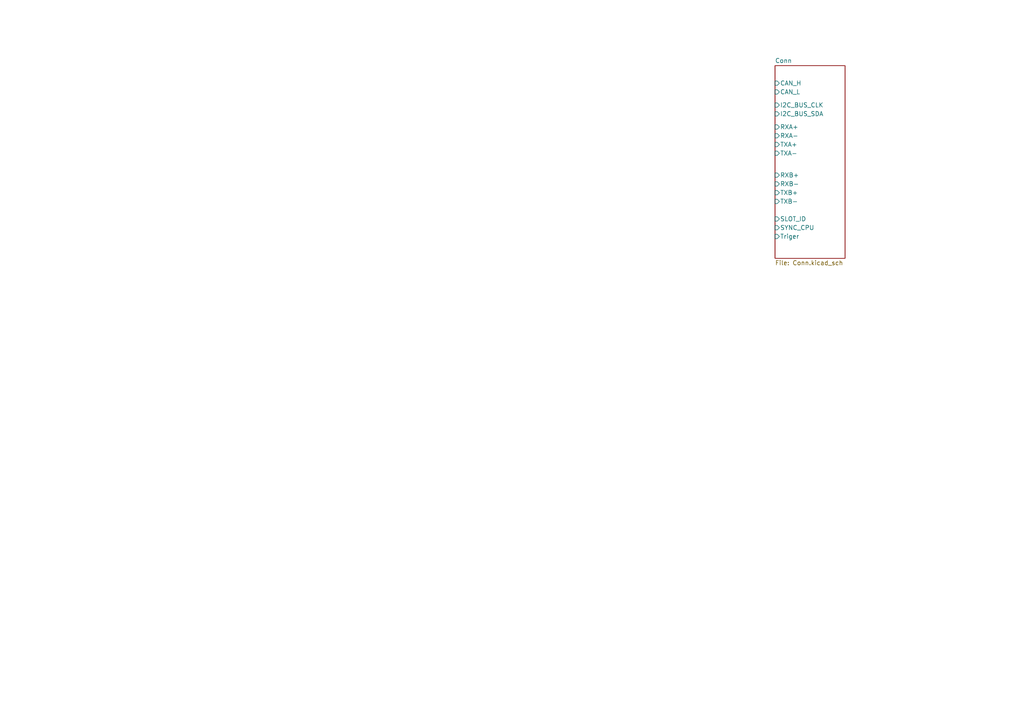
<source format=kicad_sch>
(kicad_sch
	(version 20250114)
	(generator "eeschema")
	(generator_version "9.0")
	(uuid "b6a2ab1c-6000-4ee5-8a59-5a2d20d16b67")
	(paper "A4")
	(lib_symbols)
	(sheet
		(at 224.79 19.05)
		(size 20.32 55.88)
		(exclude_from_sim no)
		(in_bom yes)
		(on_board yes)
		(dnp no)
		(fields_autoplaced yes)
		(stroke
			(width 0.1524)
			(type solid)
		)
		(fill
			(color 0 0 0 0.0000)
		)
		(uuid "a3bb0a82-514e-4c1d-9fb9-56ac3c82661c")
		(property "Sheetname" "Conn"
			(at 224.79 18.3384 0)
			(effects
				(font
					(size 1.27 1.27)
				)
				(justify left bottom)
			)
		)
		(property "Sheetfile" "Conn.kicad_sch"
			(at 224.79 75.5146 0)
			(effects
				(font
					(size 1.27 1.27)
				)
				(justify left top)
			)
		)
		(pin "CAN_H" input
			(at 224.79 24.13 180)
			(uuid "73438b6c-cf2d-4ebf-9272-1bd249756af1")
			(effects
				(font
					(size 1.27 1.27)
				)
				(justify left)
			)
		)
		(pin "CAN_L" input
			(at 224.79 26.67 180)
			(uuid "753f6ed1-9c82-4201-9dad-4e9e93eb830a")
			(effects
				(font
					(size 1.27 1.27)
				)
				(justify left)
			)
		)
		(pin "I2C_BUS_CLK" input
			(at 224.79 30.48 180)
			(uuid "805ef029-ccba-4ccf-a2d0-d368ad36516c")
			(effects
				(font
					(size 1.27 1.27)
				)
				(justify left)
			)
		)
		(pin "I2C_BUS_SDA" input
			(at 224.79 33.02 180)
			(uuid "da547f85-b83e-4516-b93d-4c7ed74c82fd")
			(effects
				(font
					(size 1.27 1.27)
				)
				(justify left)
			)
		)
		(pin "RXA+" input
			(at 224.79 36.83 180)
			(uuid "317f8cb7-b527-486b-944c-9353c21f6a9a")
			(effects
				(font
					(size 1.27 1.27)
				)
				(justify left)
			)
		)
		(pin "RXA-" input
			(at 224.79 39.37 180)
			(uuid "22c96ec4-1820-416f-b931-ae79ac59c0c8")
			(effects
				(font
					(size 1.27 1.27)
				)
				(justify left)
			)
		)
		(pin "RXB+" input
			(at 224.79 50.8 180)
			(uuid "ca936144-589a-467a-9329-9bb6ec56f795")
			(effects
				(font
					(size 1.27 1.27)
				)
				(justify left)
			)
		)
		(pin "RXB-" input
			(at 224.79 53.34 180)
			(uuid "1a616d60-3879-47e7-803a-d943e2779338")
			(effects
				(font
					(size 1.27 1.27)
				)
				(justify left)
			)
		)
		(pin "SLOT_ID" input
			(at 224.79 63.5 180)
			(uuid "adbe1ce6-89b0-4c0a-87f2-a71573950d4a")
			(effects
				(font
					(size 1.27 1.27)
				)
				(justify left)
			)
		)
		(pin "SYNC_CPU" input
			(at 224.79 66.04 180)
			(uuid "bfa2d391-0c6f-4053-90d6-2b3910aa6be7")
			(effects
				(font
					(size 1.27 1.27)
				)
				(justify left)
			)
		)
		(pin "Triger" input
			(at 224.79 68.58 180)
			(uuid "958d4cc3-e833-4877-b877-e9c096745b8c")
			(effects
				(font
					(size 1.27 1.27)
				)
				(justify left)
			)
		)
		(pin "TXA+" input
			(at 224.79 41.91 180)
			(uuid "2e2d1026-b73a-4839-b10a-f4a203f1c3dc")
			(effects
				(font
					(size 1.27 1.27)
				)
				(justify left)
			)
		)
		(pin "TXA-" input
			(at 224.79 44.45 180)
			(uuid "ab5bd4d2-4d22-4f07-a852-1fa0ad0fdf7b")
			(effects
				(font
					(size 1.27 1.27)
				)
				(justify left)
			)
		)
		(pin "TXB+" input
			(at 224.79 55.88 180)
			(uuid "cf2d04bf-51a6-4de9-843e-a756e7868332")
			(effects
				(font
					(size 1.27 1.27)
				)
				(justify left)
			)
		)
		(pin "TXB-" input
			(at 224.79 58.42 180)
			(uuid "53740025-c3be-4f25-a69a-ea3ae794bcd7")
			(effects
				(font
					(size 1.27 1.27)
				)
				(justify left)
			)
		)
		(instances
			(project "MTS_Card_Template"
				(path "/b6a2ab1c-6000-4ee5-8a59-5a2d20d16b67"
					(page "2")
				)
			)
		)
	)
	(sheet_instances
		(path "/"
			(page "1")
		)
	)
	(embedded_fonts no)
)

</source>
